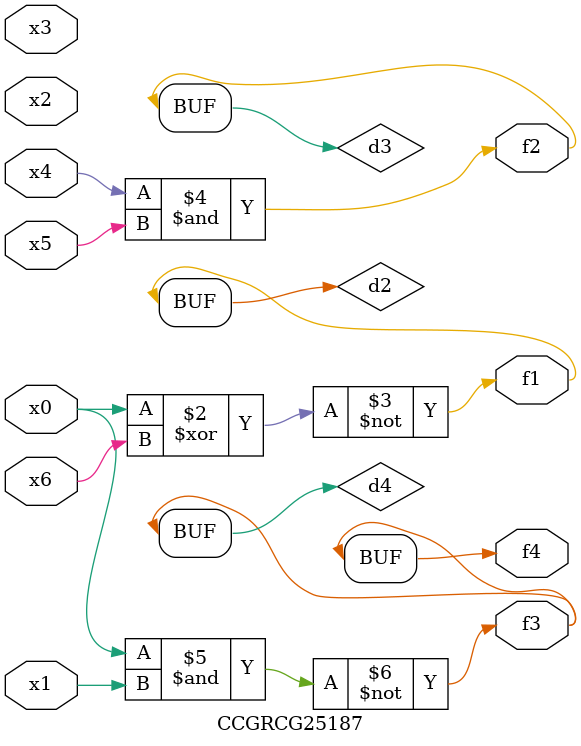
<source format=v>
module CCGRCG25187(
	input x0, x1, x2, x3, x4, x5, x6,
	output f1, f2, f3, f4
);

	wire d1, d2, d3, d4;

	nor (d1, x0);
	xnor (d2, x0, x6);
	and (d3, x4, x5);
	nand (d4, x0, x1);
	assign f1 = d2;
	assign f2 = d3;
	assign f3 = d4;
	assign f4 = d4;
endmodule

</source>
